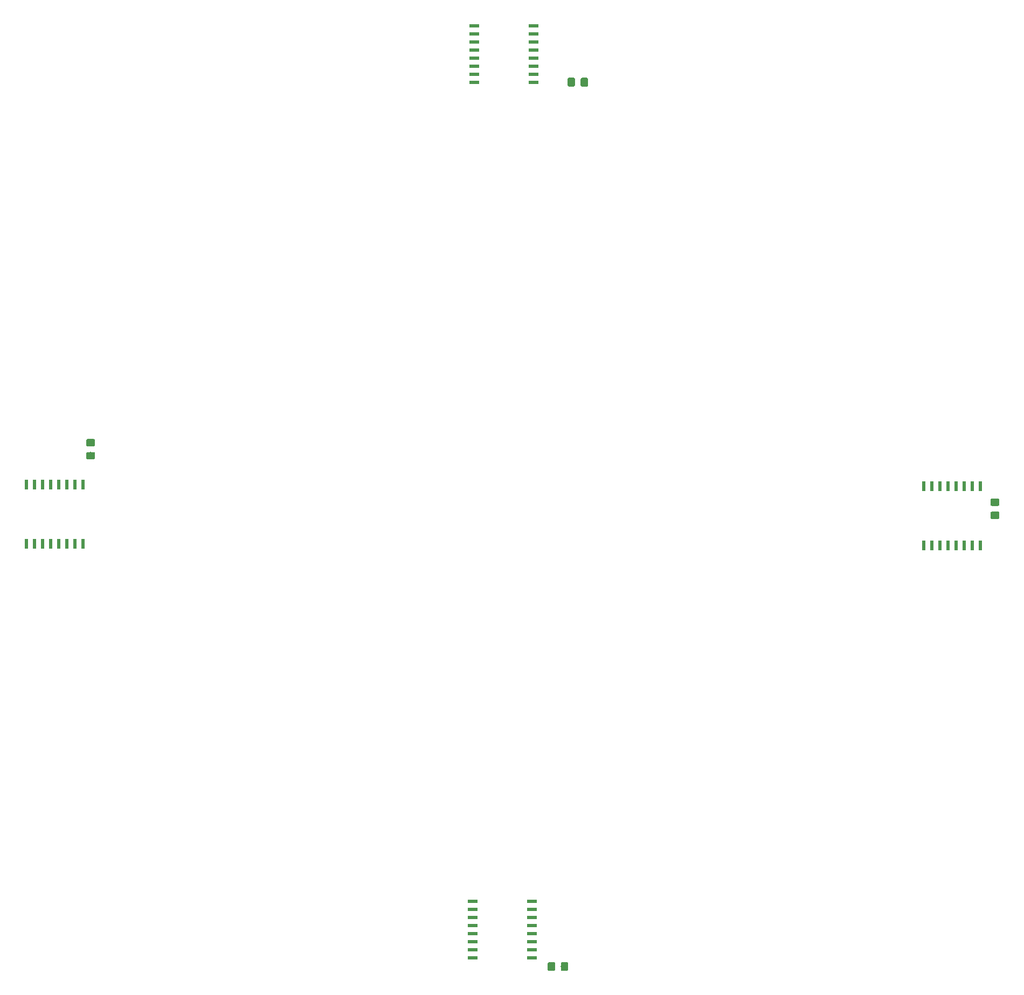
<source format=gbr>
G04 #@! TF.GenerationSoftware,KiCad,Pcbnew,(5.1.4-0-10_14)*
G04 #@! TF.CreationDate,2019-10-28T10:16:14+01:00*
G04 #@! TF.ProjectId,Buttons_DDI,42757474-6f6e-4735-9f44-44492e6b6963,rev?*
G04 #@! TF.SameCoordinates,Original*
G04 #@! TF.FileFunction,Paste,Bot*
G04 #@! TF.FilePolarity,Positive*
%FSLAX46Y46*%
G04 Gerber Fmt 4.6, Leading zero omitted, Abs format (unit mm)*
G04 Created by KiCad (PCBNEW (5.1.4-0-10_14)) date 2019-10-28 10:16:14*
%MOMM*%
%LPD*%
G04 APERTURE LIST*
%ADD10R,0.600000X1.500000*%
%ADD11R,1.500000X0.600000*%
%ADD12C,0.100000*%
%ADD13C,1.150000*%
G04 APERTURE END LIST*
D10*
X30353000Y-108028000D03*
X29083000Y-108028000D03*
X27813000Y-108028000D03*
X26543000Y-108028000D03*
X25273000Y-108028000D03*
X24003000Y-108028000D03*
X22733000Y-108028000D03*
X21463000Y-108028000D03*
X21463000Y-98728000D03*
X22733000Y-98728000D03*
X24003000Y-98728000D03*
X25273000Y-98728000D03*
X26543000Y-98728000D03*
X27813000Y-98728000D03*
X29083000Y-98728000D03*
X30353000Y-98728000D03*
D11*
X100916000Y-173101000D03*
X100916000Y-171831000D03*
X100916000Y-170561000D03*
X100916000Y-169291000D03*
X100916000Y-168021000D03*
X100916000Y-166751000D03*
X100916000Y-165481000D03*
X100916000Y-164211000D03*
X91616000Y-164211000D03*
X91616000Y-165481000D03*
X91616000Y-166751000D03*
X91616000Y-168021000D03*
X91616000Y-169291000D03*
X91616000Y-170561000D03*
X91616000Y-171831000D03*
X91616000Y-173101000D03*
D10*
X171323000Y-98982000D03*
X170053000Y-98982000D03*
X168783000Y-98982000D03*
X167513000Y-98982000D03*
X166243000Y-98982000D03*
X164973000Y-98982000D03*
X163703000Y-98982000D03*
X162433000Y-98982000D03*
X162433000Y-108282000D03*
X163703000Y-108282000D03*
X164973000Y-108282000D03*
X166243000Y-108282000D03*
X167513000Y-108282000D03*
X168783000Y-108282000D03*
X170053000Y-108282000D03*
X171323000Y-108282000D03*
D11*
X91870000Y-35433000D03*
X91870000Y-34163000D03*
X91870000Y-32893000D03*
X91870000Y-31623000D03*
X91870000Y-30353000D03*
X91870000Y-29083000D03*
X91870000Y-27813000D03*
X91870000Y-26543000D03*
X101170000Y-26543000D03*
X101170000Y-27813000D03*
X101170000Y-29083000D03*
X101170000Y-30353000D03*
X101170000Y-31623000D03*
X101170000Y-32893000D03*
X101170000Y-34163000D03*
X101170000Y-35433000D03*
D12*
G36*
X107426905Y-34734204D02*
G01*
X107451173Y-34737804D01*
X107474972Y-34743765D01*
X107498071Y-34752030D01*
X107520250Y-34762520D01*
X107541293Y-34775132D01*
X107560999Y-34789747D01*
X107579177Y-34806223D01*
X107595653Y-34824401D01*
X107610268Y-34844107D01*
X107622880Y-34865150D01*
X107633370Y-34887329D01*
X107641635Y-34910428D01*
X107647596Y-34934227D01*
X107651196Y-34958495D01*
X107652400Y-34982999D01*
X107652400Y-35883001D01*
X107651196Y-35907505D01*
X107647596Y-35931773D01*
X107641635Y-35955572D01*
X107633370Y-35978671D01*
X107622880Y-36000850D01*
X107610268Y-36021893D01*
X107595653Y-36041599D01*
X107579177Y-36059777D01*
X107560999Y-36076253D01*
X107541293Y-36090868D01*
X107520250Y-36103480D01*
X107498071Y-36113970D01*
X107474972Y-36122235D01*
X107451173Y-36128196D01*
X107426905Y-36131796D01*
X107402401Y-36133000D01*
X106752399Y-36133000D01*
X106727895Y-36131796D01*
X106703627Y-36128196D01*
X106679828Y-36122235D01*
X106656729Y-36113970D01*
X106634550Y-36103480D01*
X106613507Y-36090868D01*
X106593801Y-36076253D01*
X106575623Y-36059777D01*
X106559147Y-36041599D01*
X106544532Y-36021893D01*
X106531920Y-36000850D01*
X106521430Y-35978671D01*
X106513165Y-35955572D01*
X106507204Y-35931773D01*
X106503604Y-35907505D01*
X106502400Y-35883001D01*
X106502400Y-34982999D01*
X106503604Y-34958495D01*
X106507204Y-34934227D01*
X106513165Y-34910428D01*
X106521430Y-34887329D01*
X106531920Y-34865150D01*
X106544532Y-34844107D01*
X106559147Y-34824401D01*
X106575623Y-34806223D01*
X106593801Y-34789747D01*
X106613507Y-34775132D01*
X106634550Y-34762520D01*
X106656729Y-34752030D01*
X106679828Y-34743765D01*
X106703627Y-34737804D01*
X106727895Y-34734204D01*
X106752399Y-34733000D01*
X107402401Y-34733000D01*
X107426905Y-34734204D01*
X107426905Y-34734204D01*
G37*
D13*
X107077400Y-35433000D03*
D12*
G36*
X109476905Y-34734204D02*
G01*
X109501173Y-34737804D01*
X109524972Y-34743765D01*
X109548071Y-34752030D01*
X109570250Y-34762520D01*
X109591293Y-34775132D01*
X109610999Y-34789747D01*
X109629177Y-34806223D01*
X109645653Y-34824401D01*
X109660268Y-34844107D01*
X109672880Y-34865150D01*
X109683370Y-34887329D01*
X109691635Y-34910428D01*
X109697596Y-34934227D01*
X109701196Y-34958495D01*
X109702400Y-34982999D01*
X109702400Y-35883001D01*
X109701196Y-35907505D01*
X109697596Y-35931773D01*
X109691635Y-35955572D01*
X109683370Y-35978671D01*
X109672880Y-36000850D01*
X109660268Y-36021893D01*
X109645653Y-36041599D01*
X109629177Y-36059777D01*
X109610999Y-36076253D01*
X109591293Y-36090868D01*
X109570250Y-36103480D01*
X109548071Y-36113970D01*
X109524972Y-36122235D01*
X109501173Y-36128196D01*
X109476905Y-36131796D01*
X109452401Y-36133000D01*
X108802399Y-36133000D01*
X108777895Y-36131796D01*
X108753627Y-36128196D01*
X108729828Y-36122235D01*
X108706729Y-36113970D01*
X108684550Y-36103480D01*
X108663507Y-36090868D01*
X108643801Y-36076253D01*
X108625623Y-36059777D01*
X108609147Y-36041599D01*
X108594532Y-36021893D01*
X108581920Y-36000850D01*
X108571430Y-35978671D01*
X108563165Y-35955572D01*
X108557204Y-35931773D01*
X108553604Y-35907505D01*
X108552400Y-35883001D01*
X108552400Y-34982999D01*
X108553604Y-34958495D01*
X108557204Y-34934227D01*
X108563165Y-34910428D01*
X108571430Y-34887329D01*
X108581920Y-34865150D01*
X108594532Y-34844107D01*
X108609147Y-34824401D01*
X108625623Y-34806223D01*
X108643801Y-34789747D01*
X108663507Y-34775132D01*
X108684550Y-34762520D01*
X108706729Y-34752030D01*
X108729828Y-34743765D01*
X108753627Y-34737804D01*
X108777895Y-34734204D01*
X108802399Y-34733000D01*
X109452401Y-34733000D01*
X109476905Y-34734204D01*
X109476905Y-34734204D01*
G37*
D13*
X109127400Y-35433000D03*
D12*
G36*
X32046705Y-91543004D02*
G01*
X32070973Y-91546604D01*
X32094772Y-91552565D01*
X32117871Y-91560830D01*
X32140050Y-91571320D01*
X32161093Y-91583932D01*
X32180799Y-91598547D01*
X32198977Y-91615023D01*
X32215453Y-91633201D01*
X32230068Y-91652907D01*
X32242680Y-91673950D01*
X32253170Y-91696129D01*
X32261435Y-91719228D01*
X32267396Y-91743027D01*
X32270996Y-91767295D01*
X32272200Y-91791799D01*
X32272200Y-92441801D01*
X32270996Y-92466305D01*
X32267396Y-92490573D01*
X32261435Y-92514372D01*
X32253170Y-92537471D01*
X32242680Y-92559650D01*
X32230068Y-92580693D01*
X32215453Y-92600399D01*
X32198977Y-92618577D01*
X32180799Y-92635053D01*
X32161093Y-92649668D01*
X32140050Y-92662280D01*
X32117871Y-92672770D01*
X32094772Y-92681035D01*
X32070973Y-92686996D01*
X32046705Y-92690596D01*
X32022201Y-92691800D01*
X31122199Y-92691800D01*
X31097695Y-92690596D01*
X31073427Y-92686996D01*
X31049628Y-92681035D01*
X31026529Y-92672770D01*
X31004350Y-92662280D01*
X30983307Y-92649668D01*
X30963601Y-92635053D01*
X30945423Y-92618577D01*
X30928947Y-92600399D01*
X30914332Y-92580693D01*
X30901720Y-92559650D01*
X30891230Y-92537471D01*
X30882965Y-92514372D01*
X30877004Y-92490573D01*
X30873404Y-92466305D01*
X30872200Y-92441801D01*
X30872200Y-91791799D01*
X30873404Y-91767295D01*
X30877004Y-91743027D01*
X30882965Y-91719228D01*
X30891230Y-91696129D01*
X30901720Y-91673950D01*
X30914332Y-91652907D01*
X30928947Y-91633201D01*
X30945423Y-91615023D01*
X30963601Y-91598547D01*
X30983307Y-91583932D01*
X31004350Y-91571320D01*
X31026529Y-91560830D01*
X31049628Y-91552565D01*
X31073427Y-91546604D01*
X31097695Y-91543004D01*
X31122199Y-91541800D01*
X32022201Y-91541800D01*
X32046705Y-91543004D01*
X32046705Y-91543004D01*
G37*
D13*
X31572200Y-92116800D03*
D12*
G36*
X32046705Y-93593004D02*
G01*
X32070973Y-93596604D01*
X32094772Y-93602565D01*
X32117871Y-93610830D01*
X32140050Y-93621320D01*
X32161093Y-93633932D01*
X32180799Y-93648547D01*
X32198977Y-93665023D01*
X32215453Y-93683201D01*
X32230068Y-93702907D01*
X32242680Y-93723950D01*
X32253170Y-93746129D01*
X32261435Y-93769228D01*
X32267396Y-93793027D01*
X32270996Y-93817295D01*
X32272200Y-93841799D01*
X32272200Y-94491801D01*
X32270996Y-94516305D01*
X32267396Y-94540573D01*
X32261435Y-94564372D01*
X32253170Y-94587471D01*
X32242680Y-94609650D01*
X32230068Y-94630693D01*
X32215453Y-94650399D01*
X32198977Y-94668577D01*
X32180799Y-94685053D01*
X32161093Y-94699668D01*
X32140050Y-94712280D01*
X32117871Y-94722770D01*
X32094772Y-94731035D01*
X32070973Y-94736996D01*
X32046705Y-94740596D01*
X32022201Y-94741800D01*
X31122199Y-94741800D01*
X31097695Y-94740596D01*
X31073427Y-94736996D01*
X31049628Y-94731035D01*
X31026529Y-94722770D01*
X31004350Y-94712280D01*
X30983307Y-94699668D01*
X30963601Y-94685053D01*
X30945423Y-94668577D01*
X30928947Y-94650399D01*
X30914332Y-94630693D01*
X30901720Y-94609650D01*
X30891230Y-94587471D01*
X30882965Y-94564372D01*
X30877004Y-94540573D01*
X30873404Y-94516305D01*
X30872200Y-94491801D01*
X30872200Y-93841799D01*
X30873404Y-93817295D01*
X30877004Y-93793027D01*
X30882965Y-93769228D01*
X30891230Y-93746129D01*
X30901720Y-93723950D01*
X30914332Y-93702907D01*
X30928947Y-93683201D01*
X30945423Y-93665023D01*
X30963601Y-93648547D01*
X30983307Y-93633932D01*
X31004350Y-93621320D01*
X31026529Y-93610830D01*
X31049628Y-93602565D01*
X31073427Y-93596604D01*
X31097695Y-93593004D01*
X31122199Y-93591800D01*
X32022201Y-93591800D01*
X32046705Y-93593004D01*
X32046705Y-93593004D01*
G37*
D13*
X31572200Y-94166800D03*
D12*
G36*
X174108905Y-100915604D02*
G01*
X174133173Y-100919204D01*
X174156972Y-100925165D01*
X174180071Y-100933430D01*
X174202250Y-100943920D01*
X174223293Y-100956532D01*
X174242999Y-100971147D01*
X174261177Y-100987623D01*
X174277653Y-101005801D01*
X174292268Y-101025507D01*
X174304880Y-101046550D01*
X174315370Y-101068729D01*
X174323635Y-101091828D01*
X174329596Y-101115627D01*
X174333196Y-101139895D01*
X174334400Y-101164399D01*
X174334400Y-101814401D01*
X174333196Y-101838905D01*
X174329596Y-101863173D01*
X174323635Y-101886972D01*
X174315370Y-101910071D01*
X174304880Y-101932250D01*
X174292268Y-101953293D01*
X174277653Y-101972999D01*
X174261177Y-101991177D01*
X174242999Y-102007653D01*
X174223293Y-102022268D01*
X174202250Y-102034880D01*
X174180071Y-102045370D01*
X174156972Y-102053635D01*
X174133173Y-102059596D01*
X174108905Y-102063196D01*
X174084401Y-102064400D01*
X173184399Y-102064400D01*
X173159895Y-102063196D01*
X173135627Y-102059596D01*
X173111828Y-102053635D01*
X173088729Y-102045370D01*
X173066550Y-102034880D01*
X173045507Y-102022268D01*
X173025801Y-102007653D01*
X173007623Y-101991177D01*
X172991147Y-101972999D01*
X172976532Y-101953293D01*
X172963920Y-101932250D01*
X172953430Y-101910071D01*
X172945165Y-101886972D01*
X172939204Y-101863173D01*
X172935604Y-101838905D01*
X172934400Y-101814401D01*
X172934400Y-101164399D01*
X172935604Y-101139895D01*
X172939204Y-101115627D01*
X172945165Y-101091828D01*
X172953430Y-101068729D01*
X172963920Y-101046550D01*
X172976532Y-101025507D01*
X172991147Y-101005801D01*
X173007623Y-100987623D01*
X173025801Y-100971147D01*
X173045507Y-100956532D01*
X173066550Y-100943920D01*
X173088729Y-100933430D01*
X173111828Y-100925165D01*
X173135627Y-100919204D01*
X173159895Y-100915604D01*
X173184399Y-100914400D01*
X174084401Y-100914400D01*
X174108905Y-100915604D01*
X174108905Y-100915604D01*
G37*
D13*
X173634400Y-101489400D03*
D12*
G36*
X174108905Y-102965604D02*
G01*
X174133173Y-102969204D01*
X174156972Y-102975165D01*
X174180071Y-102983430D01*
X174202250Y-102993920D01*
X174223293Y-103006532D01*
X174242999Y-103021147D01*
X174261177Y-103037623D01*
X174277653Y-103055801D01*
X174292268Y-103075507D01*
X174304880Y-103096550D01*
X174315370Y-103118729D01*
X174323635Y-103141828D01*
X174329596Y-103165627D01*
X174333196Y-103189895D01*
X174334400Y-103214399D01*
X174334400Y-103864401D01*
X174333196Y-103888905D01*
X174329596Y-103913173D01*
X174323635Y-103936972D01*
X174315370Y-103960071D01*
X174304880Y-103982250D01*
X174292268Y-104003293D01*
X174277653Y-104022999D01*
X174261177Y-104041177D01*
X174242999Y-104057653D01*
X174223293Y-104072268D01*
X174202250Y-104084880D01*
X174180071Y-104095370D01*
X174156972Y-104103635D01*
X174133173Y-104109596D01*
X174108905Y-104113196D01*
X174084401Y-104114400D01*
X173184399Y-104114400D01*
X173159895Y-104113196D01*
X173135627Y-104109596D01*
X173111828Y-104103635D01*
X173088729Y-104095370D01*
X173066550Y-104084880D01*
X173045507Y-104072268D01*
X173025801Y-104057653D01*
X173007623Y-104041177D01*
X172991147Y-104022999D01*
X172976532Y-104003293D01*
X172963920Y-103982250D01*
X172953430Y-103960071D01*
X172945165Y-103936972D01*
X172939204Y-103913173D01*
X172935604Y-103888905D01*
X172934400Y-103864401D01*
X172934400Y-103214399D01*
X172935604Y-103189895D01*
X172939204Y-103165627D01*
X172945165Y-103141828D01*
X172953430Y-103118729D01*
X172963920Y-103096550D01*
X172976532Y-103075507D01*
X172991147Y-103055801D01*
X173007623Y-103037623D01*
X173025801Y-103021147D01*
X173045507Y-103006532D01*
X173066550Y-102993920D01*
X173088729Y-102983430D01*
X173111828Y-102975165D01*
X173135627Y-102969204D01*
X173159895Y-102965604D01*
X173184399Y-102964400D01*
X174084401Y-102964400D01*
X174108905Y-102965604D01*
X174108905Y-102965604D01*
G37*
D13*
X173634400Y-103539400D03*
D12*
G36*
X106352705Y-173799204D02*
G01*
X106376973Y-173802804D01*
X106400772Y-173808765D01*
X106423871Y-173817030D01*
X106446050Y-173827520D01*
X106467093Y-173840132D01*
X106486799Y-173854747D01*
X106504977Y-173871223D01*
X106521453Y-173889401D01*
X106536068Y-173909107D01*
X106548680Y-173930150D01*
X106559170Y-173952329D01*
X106567435Y-173975428D01*
X106573396Y-173999227D01*
X106576996Y-174023495D01*
X106578200Y-174047999D01*
X106578200Y-174948001D01*
X106576996Y-174972505D01*
X106573396Y-174996773D01*
X106567435Y-175020572D01*
X106559170Y-175043671D01*
X106548680Y-175065850D01*
X106536068Y-175086893D01*
X106521453Y-175106599D01*
X106504977Y-175124777D01*
X106486799Y-175141253D01*
X106467093Y-175155868D01*
X106446050Y-175168480D01*
X106423871Y-175178970D01*
X106400772Y-175187235D01*
X106376973Y-175193196D01*
X106352705Y-175196796D01*
X106328201Y-175198000D01*
X105678199Y-175198000D01*
X105653695Y-175196796D01*
X105629427Y-175193196D01*
X105605628Y-175187235D01*
X105582529Y-175178970D01*
X105560350Y-175168480D01*
X105539307Y-175155868D01*
X105519601Y-175141253D01*
X105501423Y-175124777D01*
X105484947Y-175106599D01*
X105470332Y-175086893D01*
X105457720Y-175065850D01*
X105447230Y-175043671D01*
X105438965Y-175020572D01*
X105433004Y-174996773D01*
X105429404Y-174972505D01*
X105428200Y-174948001D01*
X105428200Y-174047999D01*
X105429404Y-174023495D01*
X105433004Y-173999227D01*
X105438965Y-173975428D01*
X105447230Y-173952329D01*
X105457720Y-173930150D01*
X105470332Y-173909107D01*
X105484947Y-173889401D01*
X105501423Y-173871223D01*
X105519601Y-173854747D01*
X105539307Y-173840132D01*
X105560350Y-173827520D01*
X105582529Y-173817030D01*
X105605628Y-173808765D01*
X105629427Y-173802804D01*
X105653695Y-173799204D01*
X105678199Y-173798000D01*
X106328201Y-173798000D01*
X106352705Y-173799204D01*
X106352705Y-173799204D01*
G37*
D13*
X106003200Y-174498000D03*
D12*
G36*
X104302705Y-173799204D02*
G01*
X104326973Y-173802804D01*
X104350772Y-173808765D01*
X104373871Y-173817030D01*
X104396050Y-173827520D01*
X104417093Y-173840132D01*
X104436799Y-173854747D01*
X104454977Y-173871223D01*
X104471453Y-173889401D01*
X104486068Y-173909107D01*
X104498680Y-173930150D01*
X104509170Y-173952329D01*
X104517435Y-173975428D01*
X104523396Y-173999227D01*
X104526996Y-174023495D01*
X104528200Y-174047999D01*
X104528200Y-174948001D01*
X104526996Y-174972505D01*
X104523396Y-174996773D01*
X104517435Y-175020572D01*
X104509170Y-175043671D01*
X104498680Y-175065850D01*
X104486068Y-175086893D01*
X104471453Y-175106599D01*
X104454977Y-175124777D01*
X104436799Y-175141253D01*
X104417093Y-175155868D01*
X104396050Y-175168480D01*
X104373871Y-175178970D01*
X104350772Y-175187235D01*
X104326973Y-175193196D01*
X104302705Y-175196796D01*
X104278201Y-175198000D01*
X103628199Y-175198000D01*
X103603695Y-175196796D01*
X103579427Y-175193196D01*
X103555628Y-175187235D01*
X103532529Y-175178970D01*
X103510350Y-175168480D01*
X103489307Y-175155868D01*
X103469601Y-175141253D01*
X103451423Y-175124777D01*
X103434947Y-175106599D01*
X103420332Y-175086893D01*
X103407720Y-175065850D01*
X103397230Y-175043671D01*
X103388965Y-175020572D01*
X103383004Y-174996773D01*
X103379404Y-174972505D01*
X103378200Y-174948001D01*
X103378200Y-174047999D01*
X103379404Y-174023495D01*
X103383004Y-173999227D01*
X103388965Y-173975428D01*
X103397230Y-173952329D01*
X103407720Y-173930150D01*
X103420332Y-173909107D01*
X103434947Y-173889401D01*
X103451423Y-173871223D01*
X103469601Y-173854747D01*
X103489307Y-173840132D01*
X103510350Y-173827520D01*
X103532529Y-173817030D01*
X103555628Y-173808765D01*
X103579427Y-173802804D01*
X103603695Y-173799204D01*
X103628199Y-173798000D01*
X104278201Y-173798000D01*
X104302705Y-173799204D01*
X104302705Y-173799204D01*
G37*
D13*
X103953200Y-174498000D03*
M02*

</source>
